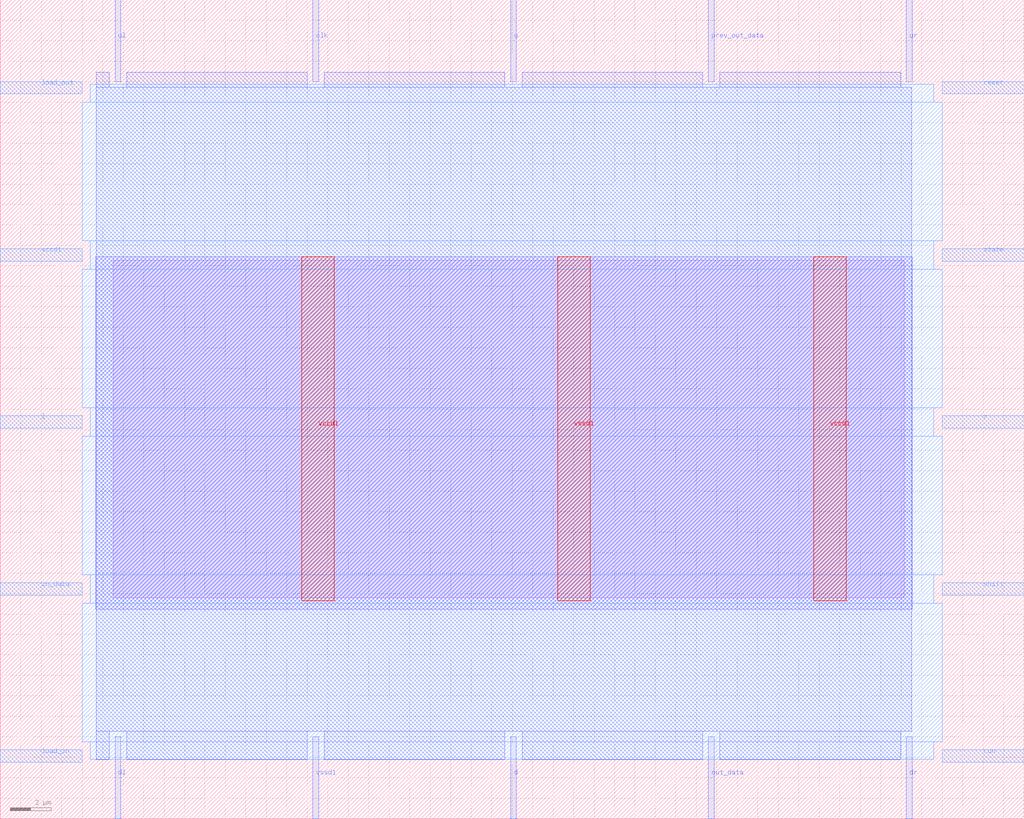
<source format=lef>
VERSION 5.7 ;
  NOWIREEXTENSIONATPIN ON ;
  DIVIDERCHAR "/" ;
  BUSBITCHARS "[]" ;
MACRO life_cell
  CLASS BLOCK ;
  FOREIGN life_cell ;
  ORIGIN 0.000 0.000 ;
  SIZE 50.000 BY 40.000 ;
  PIN clk
    DIRECTION INPUT ;
    USE SIGNAL ;
    ANTENNAGATEAREA 0.852000 ;
    PORT
      LAYER met2 ;
        RECT 15.270 36.000 15.550 40.000 ;
    END
  END clk
  PIN d
    DIRECTION INPUT ;
    USE SIGNAL ;
    ANTENNAGATEAREA 0.196500 ;
    PORT
      LAYER met2 ;
        RECT 24.930 0.000 25.210 4.000 ;
    END
  END d
  PIN dl
    DIRECTION INPUT ;
    USE SIGNAL ;
    ANTENNAGATEAREA 0.196500 ;
    PORT
      LAYER met2 ;
        RECT 5.610 0.000 5.890 4.000 ;
    END
  END dl
  PIN dr
    DIRECTION INPUT ;
    USE SIGNAL ;
    ANTENNAGATEAREA 0.196500 ;
    PORT
      LAYER met2 ;
        RECT 44.250 0.000 44.530 4.000 ;
    END
  END dr
  PIN in_data
    DIRECTION INPUT ;
    USE SIGNAL ;
    ANTENNAGATEAREA 0.196500 ;
    PORT
      LAYER met3 ;
        RECT 0.000 10.920 4.000 11.520 ;
    END
  END in_data
  PIN l
    DIRECTION INPUT ;
    USE SIGNAL ;
    ANTENNAGATEAREA 0.196500 ;
    PORT
      LAYER met3 ;
        RECT 0.000 19.080 4.000 19.680 ;
    END
  END l
  PIN load_in
    DIRECTION INPUT ;
    USE SIGNAL ;
    ANTENNAGATEAREA 0.196500 ;
    PORT
      LAYER met3 ;
        RECT 0.000 2.760 4.000 3.360 ;
    END
  END load_in
  PIN load_out
    DIRECTION INPUT ;
    USE SIGNAL ;
    ANTENNAGATEAREA 0.196500 ;
    PORT
      LAYER met3 ;
        RECT 0.000 35.400 4.000 36.000 ;
    END
  END load_out
  PIN out_data
    DIRECTION OUTPUT TRISTATE ;
    USE SIGNAL ;
    ANTENNADIFFAREA 0.445500 ;
    PORT
      LAYER met2 ;
        RECT 34.590 0.000 34.870 4.000 ;
    END
  END out_data
  PIN prev_out_data
    DIRECTION INPUT ;
    USE SIGNAL ;
    ANTENNAGATEAREA 0.196500 ;
    PORT
      LAYER met2 ;
        RECT 34.590 36.000 34.870 40.000 ;
    END
  END prev_out_data
  PIN r
    DIRECTION INPUT ;
    USE SIGNAL ;
    ANTENNAGATEAREA 0.196500 ;
    PORT
      LAYER met3 ;
        RECT 46.000 19.080 50.000 19.680 ;
    END
  END r
  PIN reset
    DIRECTION INPUT ;
    USE SIGNAL ;
    ANTENNAGATEAREA 0.196500 ;
    PORT
      LAYER met3 ;
        RECT 46.000 35.400 50.000 36.000 ;
    END
  END reset
  PIN run
    DIRECTION INPUT ;
    USE SIGNAL ;
    ANTENNAGATEAREA 0.196500 ;
    PORT
      LAYER met3 ;
        RECT 46.000 2.760 50.000 3.360 ;
    END
  END run
  PIN shift
    DIRECTION INPUT ;
    USE SIGNAL ;
    ANTENNAGATEAREA 0.196500 ;
    PORT
      LAYER met3 ;
        RECT 46.000 10.920 50.000 11.520 ;
    END
  END shift
  PIN state
    DIRECTION OUTPUT TRISTATE ;
    USE SIGNAL ;
    ANTENNADIFFAREA 0.445500 ;
    PORT
      LAYER met3 ;
        RECT 46.000 27.240 50.000 27.840 ;
    END
  END state
  PIN u
    DIRECTION INPUT ;
    USE SIGNAL ;
    ANTENNAGATEAREA 0.196500 ;
    PORT
      LAYER met2 ;
        RECT 24.930 36.000 25.210 40.000 ;
    END
  END u
  PIN ul
    DIRECTION INPUT ;
    USE SIGNAL ;
    ANTENNAGATEAREA 0.196500 ;
    PORT
      LAYER met2 ;
        RECT 5.610 36.000 5.890 40.000 ;
    END
  END ul
  PIN ur
    DIRECTION INPUT ;
    USE SIGNAL ;
    ANTENNAGATEAREA 0.196500 ;
    PORT
      LAYER met2 ;
        RECT 44.250 36.000 44.530 40.000 ;
    END
  END ur
  PIN vccd1
    DIRECTION INOUT ;
    USE SIGNAL ;
    PORT
      LAYER met3 ;
        RECT 0.000 27.240 4.000 27.840 ;
    END
    PORT
      LAYER met4 ;
        RECT 14.720 10.640 16.320 27.440 ;
    END
    PORT
      LAYER met4 ;
        RECT 39.720 10.640 41.320 27.440 ;
    END
  END vccd1
  PIN vssd1
    DIRECTION INOUT ;
    USE SIGNAL ;
    PORT
      LAYER met2 ;
        RECT 15.270 0.000 15.550 4.000 ;
    END
    PORT
      LAYER met4 ;
        RECT 27.220 10.640 28.820 27.440 ;
    END
  END vssd1
  OBS
      LAYER li1 ;
        RECT 5.520 10.795 44.160 27.285 ;
      LAYER met1 ;
        RECT 4.670 10.240 44.550 27.440 ;
      LAYER met2 ;
        RECT 4.690 35.720 5.330 36.450 ;
        RECT 6.170 35.720 14.990 36.450 ;
        RECT 15.830 35.720 24.650 36.450 ;
        RECT 25.490 35.720 34.310 36.450 ;
        RECT 35.150 35.720 43.970 36.450 ;
        RECT 4.690 4.280 44.520 35.720 ;
        RECT 4.690 2.875 5.330 4.280 ;
        RECT 6.170 2.875 14.990 4.280 ;
        RECT 15.830 2.875 24.650 4.280 ;
        RECT 25.490 2.875 34.310 4.280 ;
        RECT 35.150 2.875 43.970 4.280 ;
      LAYER met3 ;
        RECT 4.400 35.000 45.600 35.865 ;
        RECT 4.000 28.240 46.000 35.000 ;
        RECT 4.400 26.840 45.600 28.240 ;
        RECT 4.000 20.080 46.000 26.840 ;
        RECT 4.400 18.680 45.600 20.080 ;
        RECT 4.000 11.920 46.000 18.680 ;
        RECT 4.400 10.520 45.600 11.920 ;
        RECT 4.000 3.760 46.000 10.520 ;
        RECT 4.400 2.895 45.600 3.760 ;
  END
END life_cell
END LIBRARY


</source>
